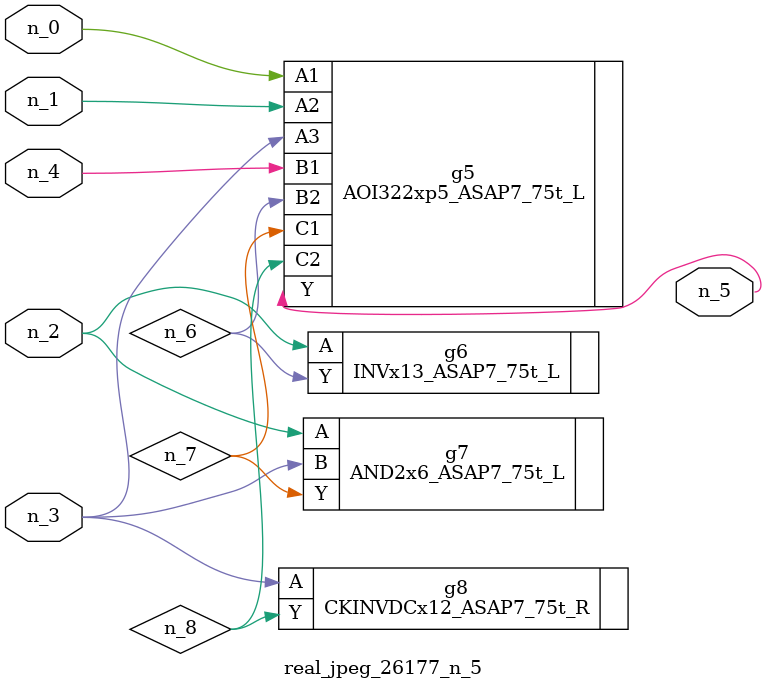
<source format=v>
module real_jpeg_26177_n_5 (n_4, n_0, n_1, n_2, n_3, n_5);

input n_4;
input n_0;
input n_1;
input n_2;
input n_3;

output n_5;

wire n_8;
wire n_6;
wire n_7;

AOI322xp5_ASAP7_75t_L g5 ( 
.A1(n_0),
.A2(n_1),
.A3(n_3),
.B1(n_4),
.B2(n_6),
.C1(n_7),
.C2(n_8),
.Y(n_5)
);

INVx13_ASAP7_75t_L g6 ( 
.A(n_2),
.Y(n_6)
);

AND2x6_ASAP7_75t_L g7 ( 
.A(n_2),
.B(n_3),
.Y(n_7)
);

CKINVDCx12_ASAP7_75t_R g8 ( 
.A(n_3),
.Y(n_8)
);


endmodule
</source>
